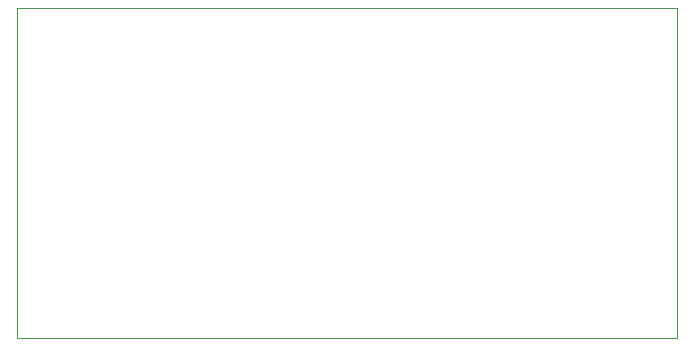
<source format=gbr>
%TF.GenerationSoftware,KiCad,Pcbnew,(5.1.9)-1*%
%TF.CreationDate,2021-03-02T23:28:56+00:00*%
%TF.ProjectId,Four Power Outlet,466f7572-2050-46f7-9765-72204f75746c,rev?*%
%TF.SameCoordinates,Original*%
%TF.FileFunction,Profile,NP*%
%FSLAX46Y46*%
G04 Gerber Fmt 4.6, Leading zero omitted, Abs format (unit mm)*
G04 Created by KiCad (PCBNEW (5.1.9)-1) date 2021-03-02 23:28:56*
%MOMM*%
%LPD*%
G01*
G04 APERTURE LIST*
%TA.AperFunction,Profile*%
%ADD10C,0.050000*%
%TD*%
G04 APERTURE END LIST*
D10*
X132080000Y-128270000D02*
X76200000Y-128270000D01*
X76200000Y-100330000D02*
X132080000Y-100330000D01*
X132080000Y-128270000D02*
X132080000Y-100330000D01*
X76200000Y-128270000D02*
X76200000Y-100330000D01*
M02*

</source>
